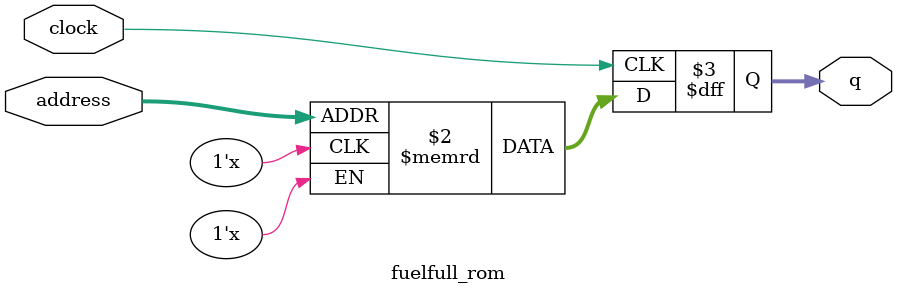
<source format=sv>
module fuelfull_rom (
	input logic clock,
	input logic [9:0] address,
	output logic [2:0] q
);

logic [2:0] memory [0:967] /* synthesis ram_init_file = "./fuelfull/fuelfull.mif" */;

always_ff @ (posedge clock) begin
	q <= memory[address];
end

endmodule

</source>
